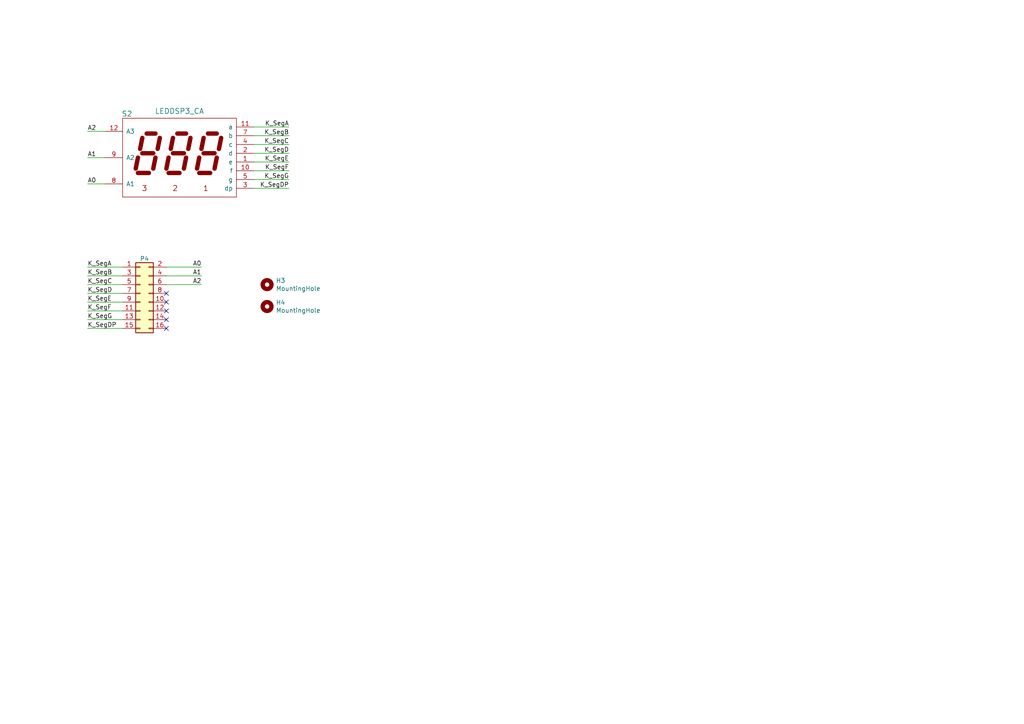
<source format=kicad_sch>
(kicad_sch (version 20211123) (generator eeschema)
  (paper "A4")
  (lib_symbols
    (symbol "Connector_Generic:Conn_02x08_Odd_Even" (pin_names (offset 1.016) hide)
      (property "Reference" "J" (at 1.27 10.16 0))
      (property "Value" "Conn_02x08_Odd_Even" (at 1.27 -12.7 0))
      (symbol "Conn_02x08_Odd_Even_1_1"
        (rectangle (start -1.27 -10.033) (end 0 -10.287) (stroke (width 0.1524)))
        (rectangle (start -1.27 -7.493) (end 0 -7.747) (stroke (width 0.1524)))
        (rectangle (start -1.27 -4.953) (end 0 -5.207) (stroke (width 0.1524)))
        (rectangle (start -1.27 -2.413) (end 0 -2.667) (stroke (width 0.1524)))
        (rectangle (start -1.27 0.127) (end 0 -0.127) (stroke (width 0.1524)))
        (rectangle (start -1.27 2.667) (end 0 2.413) (stroke (width 0.1524)))
        (rectangle (start -1.27 5.207) (end 0 4.953) (stroke (width 0.1524)))
        (rectangle (start -1.27 7.747) (end 0 7.493) (stroke (width 0.1524)))
        (rectangle (start -1.27 8.89) (end 3.81 -11.43) (stroke (width 0.254)) (fill (type background)))
        (rectangle (start 3.81 -10.033) (end 2.54 -10.287) (stroke (width 0.1524)))
        (rectangle (start 3.81 -7.493) (end 2.54 -7.747) (stroke (width 0.1524)))
        (rectangle (start 3.81 -4.953) (end 2.54 -5.207) (stroke (width 0.1524)))
        (rectangle (start 3.81 -2.413) (end 2.54 -2.667) (stroke (width 0.1524)))
        (rectangle (start 3.81 0.127) (end 2.54 -0.127) (stroke (width 0.1524)))
        (rectangle (start 3.81 2.667) (end 2.54 2.413) (stroke (width 0.1524)))
        (rectangle (start 3.81 5.207) (end 2.54 4.953) (stroke (width 0.1524)))
        (rectangle (start 3.81 7.747) (end 2.54 7.493) (stroke (width 0.1524)))
        (pin passive line (at -5.08 7.62 0) (length 3.81) (name "Pin_1") (number "1"))
        (pin passive line (at 7.62 -2.54 180) (length 3.81) (name "Pin_10") (number "10"))
        (pin passive line (at -5.08 -5.08 0) (length 3.81) (name "Pin_11") (number "11"))
        (pin passive line (at 7.62 -5.08 180) (length 3.81) (name "Pin_12") (number "12"))
        (pin passive line (at -5.08 -7.62 0) (length 3.81) (name "Pin_13") (number "13"))
        (pin passive line (at 7.62 -7.62 180) (length 3.81) (name "Pin_14") (number "14"))
        (pin passive line (at -5.08 -10.16 0) (length 3.81) (name "Pin_15") (number "15"))
        (pin passive line (at 7.62 -10.16 180) (length 3.81) (name "Pin_16") (number "16"))
        (pin passive line (at 7.62 7.62 180) (length 3.81) (name "Pin_2") (number "2"))
        (pin passive line (at -5.08 5.08 0) (length 3.81) (name "Pin_3") (number "3"))
        (pin passive line (at 7.62 5.08 180) (length 3.81) (name "Pin_4") (number "4"))
        (pin passive line (at -5.08 2.54 0) (length 3.81) (name "Pin_5") (number "5"))
        (pin passive line (at 7.62 2.54 180) (length 3.81) (name "Pin_6") (number "6"))
        (pin passive line (at -5.08 0 0) (length 3.81) (name "Pin_7") (number "7"))
        (pin passive line (at 7.62 0 180) (length 3.81) (name "Pin_8") (number "8"))
        (pin passive line (at -5.08 -2.54 0) (length 3.81) (name "Pin_9") (number "9"))
      )
    )
    (symbol "GCC_display:LEDDSP3_CA" (pin_names (offset 1.016))
      (property "Reference" "S" (at -15.24 12.7 0))
      (property "Value" "LEDDSP3_CA" (at 0 -15.24 0))
      (symbol "LEDDSP3_CA_0_0"
        (text "1" (at 7.62 -10.16 0) (effects (font (size 1.524 1.524))))
        (text "2" (at -1.27 -10.16 0) (effects (font (size 1.524 1.524))))
        (text "3" (at -10.16 -10.16 0) (effects (font (size 1.524 1.524))))
      )
      (symbol "LEDDSP3_CA_0_1"
        (rectangle (start -16.51 10.16) (end 16.51 -12.7))
        (polyline (pts (xy -12.065 -5.715) (xy -8.89 -5.715)) (stroke (width 1.27)))
        (polyline (pts (xy -12.065 -1.27) (xy -12.7 -4.445)) (stroke (width 1.27)))
        (polyline (pts (xy -11.43 1.27) (xy -10.795 4.445)) (stroke (width 1.27)))
        (polyline (pts (xy -10.795 0) (xy -7.62 0)) (stroke (width 1.27)))
        (polyline (pts (xy -9.525 5.715) (xy -6.985 5.715)) (stroke (width 1.27)))
        (polyline (pts (xy -6.985 -1.27) (xy -7.62 -4.445)) (stroke (width 1.27)))
        (polyline (pts (xy -6.35 -5.715) (xy -6.35 -5.715)) (stroke (width 1.27)))
        (polyline (pts (xy -6.35 1.27) (xy -5.715 4.445)) (stroke (width 1.27)))
        (polyline (pts (xy -3.175 -5.715) (xy 0 -5.715)) (stroke (width 1.27)))
        (polyline (pts (xy -3.175 -1.27) (xy -3.81 -4.445)) (stroke (width 1.27)))
        (polyline (pts (xy -2.54 1.27) (xy -1.905 4.445)) (stroke (width 1.27)))
        (polyline (pts (xy -1.905 0) (xy 1.27 0)) (stroke (width 1.27)))
        (polyline (pts (xy -0.635 5.715) (xy 1.905 5.715)) (stroke (width 1.27)))
        (polyline (pts (xy 1.905 -1.27) (xy 1.27 -4.445)) (stroke (width 1.27)))
        (polyline (pts (xy 2.54 -5.715) (xy 2.54 -5.715)) (stroke (width 1.27)))
        (polyline (pts (xy 2.54 1.27) (xy 3.175 4.445)) (stroke (width 1.27)))
        (polyline (pts (xy 5.715 -5.715) (xy 8.89 -5.715)) (stroke (width 1.27)))
        (polyline (pts (xy 5.715 -1.27) (xy 5.08 -4.445)) (stroke (width 1.27)))
        (polyline (pts (xy 6.35 1.27) (xy 6.985 4.445)) (stroke (width 1.27)))
        (polyline (pts (xy 6.985 0) (xy 10.16 0)) (stroke (width 1.27)))
        (polyline (pts (xy 8.255 5.715) (xy 10.795 5.715)) (stroke (width 1.27)))
        (polyline (pts (xy 10.795 -1.27) (xy 10.16 -4.445)) (stroke (width 1.27)))
        (polyline (pts (xy 11.43 -5.715) (xy 11.43 -5.715)) (stroke (width 1.27)))
        (polyline (pts (xy 11.43 1.27) (xy 12.065 4.445)) (stroke (width 1.27)))
      )
      (symbol "LEDDSP3_CA_1_1"
        (pin passive line (at 21.59 -2.54 180) (length 5.08) (name "e") (number "1"))
        (pin passive line (at 21.59 -5.08 180) (length 5.08) (name "f") (number "10"))
        (pin passive line (at 21.59 7.62 180) (length 5.08) (name "a") (number "11"))
        (pin passive line (at -21.59 6.35 0) (length 5.08) (name "A3") (number "12"))
        (pin passive line (at 21.59 0 180) (length 5.08) (name "d") (number "2"))
        (pin passive line (at 21.59 -10.16 180) (length 5.08) (name "dp") (number "3"))
        (pin passive line (at 21.59 2.54 180) (length 5.08) (name "c") (number "4"))
        (pin passive line (at 21.59 -7.62 180) (length 5.08) (name "g") (number "5"))
        (pin passive line (at 21.59 5.08 180) (length 5.08) (name "b") (number "7"))
        (pin passive line (at -21.59 -8.89 0) (length 5.08) (name "A1") (number "8"))
        (pin passive line (at -21.59 -1.27 0) (length 5.08) (name "A2") (number "9"))
      )
    )
    (symbol "Mechanical:MountingHole" (pin_names (offset 1.016))
      (property "Reference" "H" (at 0 5.08 0))
      (property "Value" "MountingHole" (at 0 3.175 0))
      (symbol "MountingHole_0_1"
        (circle (center 0 0) (radius 1.27) (stroke (width 1.27)))
      )
    )
  )
  (no_connect (at 48.26 87.63))
  (no_connect (at 48.26 92.71))
  (no_connect (at 48.26 90.17))
  (no_connect (at 48.26 95.25))
  (no_connect (at 48.26 85.09))
  (wire (pts (xy 83.82 36.83) (xy 73.66 36.83)))
  (wire (pts (xy 25.4 87.63) (xy 35.56 87.63)))
  (wire (pts (xy 30.48 53.34) (xy 25.4 53.34)))
  (wire (pts (xy 25.4 82.55) (xy 35.56 82.55)))
  (wire (pts (xy 30.48 45.72) (xy 25.4 45.72)))
  (wire (pts (xy 25.4 38.1) (xy 30.48 38.1)))
  (wire (pts (xy 83.82 46.99) (xy 73.66 46.99)))
  (wire (pts (xy 83.82 41.91) (xy 73.66 41.91)))
  (wire (pts (xy 83.82 39.37) (xy 73.66 39.37)))
  (wire (pts (xy 83.82 52.07) (xy 73.66 52.07)))
  (wire (pts (xy 25.4 95.25) (xy 35.56 95.25)))
  (wire (pts (xy 48.26 80.01) (xy 58.42 80.01)))
  (wire (pts (xy 83.82 54.61) (xy 73.66 54.61)))
  (wire (pts (xy 48.26 82.55) (xy 58.42 82.55)))
  (wire (pts (xy 25.4 90.17) (xy 35.56 90.17)))
  (wire (pts (xy 83.82 49.53) (xy 73.66 49.53)))
  (wire (pts (xy 25.4 85.09) (xy 35.56 85.09)))
  (wire (pts (xy 25.4 92.71) (xy 35.56 92.71)))
  (wire (pts (xy 83.82 44.45) (xy 73.66 44.45)))
  (wire (pts (xy 48.26 77.47) (xy 58.42 77.47)))
  (wire (pts (xy 25.4 80.01) (xy 35.56 80.01)))
  (wire (pts (xy 25.4 77.47) (xy 35.56 77.47)))
  (label "K_SegC" (at 25.4 82.55 0))
  (label "K_SegA" (at 25.4 77.47 0))
  (label "K_SegDP" (at 83.82 54.61 180))
  (label "A1" (at 58.42 80.01 180))
  (label "K_SegE" (at 25.4 87.63 0))
  (label "A2" (at 25.4 38.1 0))
  (label "K_SegE" (at 83.82 46.99 180))
  (label "K_SegG" (at 25.4 92.71 0))
  (label "A2" (at 58.42 82.55 180))
  (label "A1" (at 25.4 45.72 0))
  (label "K_SegF" (at 83.82 49.53 180))
  (label "K_SegA" (at 83.82 36.83 180))
  (label "K_SegB" (at 25.4 80.01 0))
  (label "K_SegG" (at 83.82 52.07 180))
  (label "K_SegB" (at 83.82 39.37 180))
  (label "K_SegC" (at 83.82 41.91 180))
  (label "K_SegD" (at 25.4 85.09 0))
  (label "A0" (at 25.4 53.34 0))
  (label "K_SegD" (at 83.82 44.45 180))
  (label "K_SegF" (at 25.4 90.17 0))
  (label "A0" (at 58.42 77.47 180))
  (label "K_SegDP" (at 25.4 95.25 0))
  (symbol (lib_id "Mechanical:MountingHole") (at 77.47 82.55 0) (unit 1)
    (property "Reference" "H3" (at 80.01 81.3816 0) (effects (justify left)))
    (property "Value" "MountingHole" (at 80.01 83.693 0) (effects (justify left)))
    (property "Footprint" "GCC_holes:Hole3mm" (effects hide))
  )
  (symbol (lib_id "Mechanical:MountingHole") (at 77.47 88.9 0) (unit 1)
    (property "Reference" "H4" (at 80.01 87.7316 0) (effects (justify left)))
    (property "Value" "MountingHole" (at 80.01 90.043 0) (effects (justify left)))
    (property "Footprint" "GCC_holes:Hole3mm" (effects hide))
  )
  (symbol (lib_id "GCC_display:LEDDSP3_CA") (at 52.07 44.45 0) (unit 1)
    (property "Reference" "S2" (at 36.83 33.02 0) (effects (font (size 1.524 1.524))))
    (property "Value" "LEDDSP3_CA" (at 52.07 32.2326 0) (effects (font (size 1.524 1.524))))
    (property "Footprint" "GCC_Display:Disp7s3x_036" (effects hide))
  )
  (symbol (lib_id "Connector_Generic:Conn_02x08_Odd_Even") (at 40.64 85.09 0) (unit 1)
    (property "Reference" "P4" (at 41.91 75.0372 0))
    (property "Value" "Conn_02x08_Odd_Even" (effects hide))
    (property "Footprint" "Connector_IDC:IDC-Header_2x08_P2.54mm_Vertical" (effects hide))
  )
)
</source>
